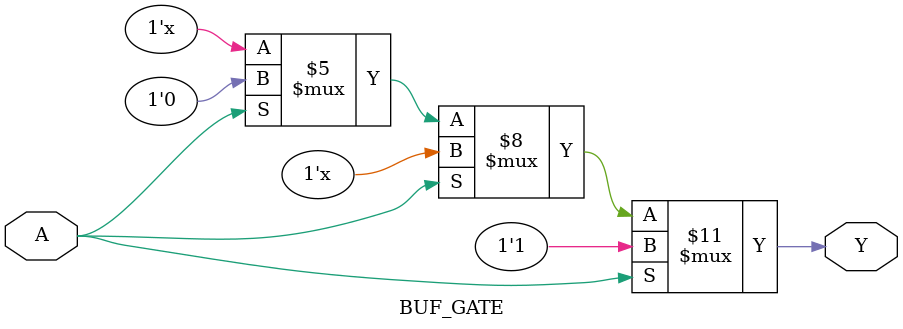
<source format=v>
module BUF_GATE (output reg Y, input A); //declaring module,  and the port list.
always @ (A) begin                  
    if (A == 1'b1 ) begin                //states that if  A is 1
        Y = 1'b1;                        // then Y has to be 1
    end
    else if (A == 1'b1) begin            //states that if  A is 1
       Y = 1'b0;                         // then Y has to be 0
end
end
endmodule                                //used to terminate the module

</source>
